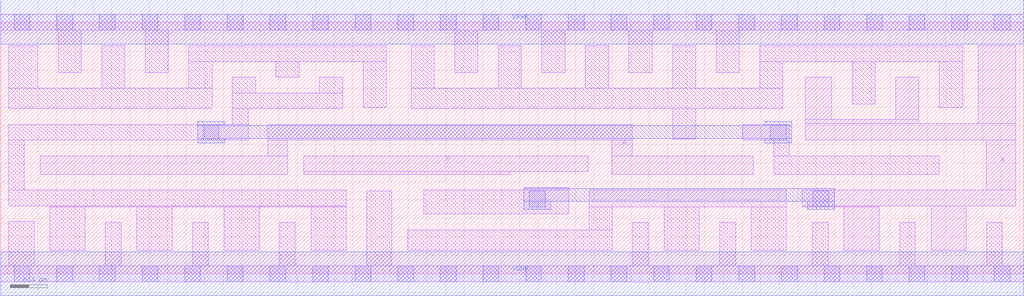
<source format=lef>
# Copyright 2020 The SkyWater PDK Authors
#
# Licensed under the Apache License, Version 2.0 (the "License");
# you may not use this file except in compliance with the License.
# You may obtain a copy of the License at
#
#     https://www.apache.org/licenses/LICENSE-2.0
#
# Unless required by applicable law or agreed to in writing, software
# distributed under the License is distributed on an "AS IS" BASIS,
# WITHOUT WARRANTIES OR CONDITIONS OF ANY KIND, either express or implied.
# See the License for the specific language governing permissions and
# limitations under the License.
#
# SPDX-License-Identifier: Apache-2.0

VERSION 5.7 ;
BUSBITCHARS "[]" ;
DIVIDERCHAR "/" ;
PROPERTYDEFINITIONS
  MACRO maskLayoutSubType STRING ;
  MACRO prCellType STRING ;
  MACRO originalViewName STRING ;
END PROPERTYDEFINITIONS
MACRO sky130_fd_sc_hdll__xor2_4
  ORIGIN  0.000000  0.000000 ;
  CLASS CORE ;
  SYMMETRY X Y R90 ;
  SIZE  11.04000 BY  2.720000 ;
  SITE unithd ;
  PIN A
    ANTENNAGATEAREA  2.220000 ;
    DIRECTION INPUT ;
    USE SIGNAL ;
    PORT
      LAYER li1 ;
        RECT 0.425000 1.075000 3.100000 1.275000 ;
        RECT 2.880000 1.275000 3.100000 1.445000 ;
        RECT 2.880000 1.445000 6.815000 1.615000 ;
        RECT 6.595000 1.075000 8.120000 1.275000 ;
        RECT 6.595000 1.275000 6.815000 1.445000 ;
    END
  END A
  PIN B
    ANTENNAGATEAREA  2.220000 ;
    DIRECTION INPUT ;
    USE SIGNAL ;
    PORT
      LAYER li1 ;
        RECT 3.270000 1.075000 5.500000 1.105000 ;
        RECT 3.270000 1.105000 6.340000 1.275000 ;
    END
  END B
  PIN X
    ANTENNADIFFAREA  1.318500 ;
    DIRECTION OUTPUT ;
    USE SIGNAL ;
    PORT
      LAYER li1 ;
        RECT  8.650000 0.725000  9.480000 0.735000 ;
        RECT  8.650000 0.735000 10.955000 0.905000 ;
        RECT  8.680000 1.445000 10.955000 1.625000 ;
        RECT  8.680000 1.625000  9.910000 1.665000 ;
        RECT  8.680000 1.665000  8.970000 2.125000 ;
        RECT  9.100000 0.255000  9.480000 0.725000 ;
        RECT  9.660000 1.665000  9.910000 2.125000 ;
        RECT 10.040000 0.255000 10.420000 0.735000 ;
        RECT 10.550000 1.625000 10.955000 2.465000 ;
        RECT 10.635000 0.905000 10.955000 1.445000 ;
    END
  END X
  PIN VGND
    DIRECTION INOUT ;
    USE GROUND ;
    PORT
      LAYER met1 ;
        RECT 0.000000 -0.240000 11.040000 0.240000 ;
    END
  END VGND
  PIN VNB
    DIRECTION INOUT ;
    USE GROUND ;
    PORT
    END
  END VNB
  PIN VPB
    DIRECTION INOUT ;
    USE POWER ;
    PORT
    END
  END VPB
  PIN VPWR
    DIRECTION INOUT ;
    USE POWER ;
    PORT
      LAYER met1 ;
        RECT 0.000000 2.480000 11.040000 2.960000 ;
    END
  END VPWR
  OBS
    LAYER li1 ;
      RECT  0.000000 -0.085000 11.040000 0.085000 ;
      RECT  0.000000  2.635000 11.040000 2.805000 ;
      RECT  0.085000  0.085000  0.360000 0.565000 ;
      RECT  0.085000  0.735000  3.730000 0.905000 ;
      RECT  0.085000  0.905000  0.255000 1.445000 ;
      RECT  0.085000  1.445000  2.670000 1.615000 ;
      RECT  0.085000  1.785000  2.280000 2.005000 ;
      RECT  0.085000  2.005000  0.400000 2.465000 ;
      RECT  0.530000  0.255000  0.910000 0.725000 ;
      RECT  0.530000  0.725000  3.730000 0.735000 ;
      RECT  0.620000  2.175000  0.870000 2.635000 ;
      RECT  1.090000  2.005000  1.340000 2.465000 ;
      RECT  1.130000  0.085000  1.300000 0.555000 ;
      RECT  1.470000  0.255000  1.850000 0.725000 ;
      RECT  1.560000  2.175000  1.810000 2.635000 ;
      RECT  2.030000  2.005000  2.280000 2.295000 ;
      RECT  2.030000  2.295000  4.160000 2.465000 ;
      RECT  2.070000  0.085000  2.240000 0.555000 ;
      RECT  2.410000  0.255000  2.790000 0.725000 ;
      RECT  2.500000  1.615000  2.670000 1.785000 ;
      RECT  2.500000  1.785000  3.690000 1.955000 ;
      RECT  2.500000  1.955000  2.750000 2.125000 ;
      RECT  2.970000  2.125000  3.220000 2.295000 ;
      RECT  3.010000  0.085000  3.180000 0.555000 ;
      RECT  3.350000  0.255000  3.730000 0.725000 ;
      RECT  3.440000  1.955000  3.690000 2.125000 ;
      RECT  3.910000  1.795000  4.160000 2.295000 ;
      RECT  3.950000  0.085000  4.220000 0.895000 ;
      RECT  4.390000  0.255000  6.600000 0.475000 ;
      RECT  4.430000  1.785000  8.440000 2.005000 ;
      RECT  4.430000  2.005000  4.680000 2.465000 ;
      RECT  4.565000  0.645000  6.130000 0.905000 ;
      RECT  4.900000  2.175000  5.150000 2.635000 ;
      RECT  5.370000  2.005000  5.620000 2.465000 ;
      RECT  5.650000  0.905000  6.130000 0.935000 ;
      RECT  5.840000  2.175000  6.090000 2.635000 ;
      RECT  6.310000  2.005000  6.560000 2.465000 ;
      RECT  6.350000  0.475000  6.600000 0.725000 ;
      RECT  6.350000  0.725000  8.480000 0.905000 ;
      RECT  6.780000  2.175000  7.030000 2.635000 ;
      RECT  6.820000  0.085000  6.990000 0.555000 ;
      RECT  7.160000  0.255000  7.540000 0.725000 ;
      RECT  7.250000  1.455000  7.500000 1.785000 ;
      RECT  7.250000  2.005000  7.500000 2.465000 ;
      RECT  7.720000  2.175000  7.970000 2.635000 ;
      RECT  7.760000  0.085000  7.930000 0.555000 ;
      RECT  8.010000  1.445000  8.510000 1.615000 ;
      RECT  8.100000  0.255000  8.480000 0.725000 ;
      RECT  8.190000  2.005000  8.440000 2.295000 ;
      RECT  8.190000  2.295000 10.380000 2.465000 ;
      RECT  8.340000  1.075000 10.130000 1.275000 ;
      RECT  8.340000  1.275000  8.510000 1.445000 ;
      RECT  8.760000  0.085000  8.930000 0.555000 ;
      RECT  9.190000  1.835000  9.440000 2.295000 ;
      RECT  9.700000  0.085000  9.870000 0.555000 ;
      RECT 10.130000  1.795000 10.380000 2.295000 ;
      RECT 10.640000  0.085000 10.810000 0.555000 ;
    LAYER mcon ;
      RECT  0.145000 -0.085000  0.315000 0.085000 ;
      RECT  0.145000  2.635000  0.315000 2.805000 ;
      RECT  0.605000 -0.085000  0.775000 0.085000 ;
      RECT  0.605000  2.635000  0.775000 2.805000 ;
      RECT  1.065000 -0.085000  1.235000 0.085000 ;
      RECT  1.065000  2.635000  1.235000 2.805000 ;
      RECT  1.525000 -0.085000  1.695000 0.085000 ;
      RECT  1.525000  2.635000  1.695000 2.805000 ;
      RECT  1.985000 -0.085000  2.155000 0.085000 ;
      RECT  1.985000  2.635000  2.155000 2.805000 ;
      RECT  2.185000  1.445000  2.355000 1.615000 ;
      RECT  2.445000 -0.085000  2.615000 0.085000 ;
      RECT  2.445000  2.635000  2.615000 2.805000 ;
      RECT  2.905000 -0.085000  3.075000 0.085000 ;
      RECT  2.905000  2.635000  3.075000 2.805000 ;
      RECT  3.365000 -0.085000  3.535000 0.085000 ;
      RECT  3.365000  2.635000  3.535000 2.805000 ;
      RECT  3.825000 -0.085000  3.995000 0.085000 ;
      RECT  3.825000  2.635000  3.995000 2.805000 ;
      RECT  4.285000 -0.085000  4.455000 0.085000 ;
      RECT  4.285000  2.635000  4.455000 2.805000 ;
      RECT  4.745000 -0.085000  4.915000 0.085000 ;
      RECT  4.745000  2.635000  4.915000 2.805000 ;
      RECT  5.205000 -0.085000  5.375000 0.085000 ;
      RECT  5.205000  2.635000  5.375000 2.805000 ;
      RECT  5.665000 -0.085000  5.835000 0.085000 ;
      RECT  5.665000  2.635000  5.835000 2.805000 ;
      RECT  5.705000  0.725000  5.875000 0.895000 ;
      RECT  6.125000 -0.085000  6.295000 0.085000 ;
      RECT  6.125000  2.635000  6.295000 2.805000 ;
      RECT  6.585000 -0.085000  6.755000 0.085000 ;
      RECT  6.585000  2.635000  6.755000 2.805000 ;
      RECT  7.045000 -0.085000  7.215000 0.085000 ;
      RECT  7.045000  2.635000  7.215000 2.805000 ;
      RECT  7.505000 -0.085000  7.675000 0.085000 ;
      RECT  7.505000  2.635000  7.675000 2.805000 ;
      RECT  7.965000 -0.085000  8.135000 0.085000 ;
      RECT  7.965000  2.635000  8.135000 2.805000 ;
      RECT  8.305000  1.445000  8.475000 1.615000 ;
      RECT  8.425000 -0.085000  8.595000 0.085000 ;
      RECT  8.425000  2.635000  8.595000 2.805000 ;
      RECT  8.765000  0.725000  8.935000 0.895000 ;
      RECT  8.885000 -0.085000  9.055000 0.085000 ;
      RECT  8.885000  2.635000  9.055000 2.805000 ;
      RECT  9.345000 -0.085000  9.515000 0.085000 ;
      RECT  9.345000  2.635000  9.515000 2.805000 ;
      RECT  9.805000 -0.085000  9.975000 0.085000 ;
      RECT  9.805000  2.635000  9.975000 2.805000 ;
      RECT 10.265000 -0.085000 10.435000 0.085000 ;
      RECT 10.265000  2.635000 10.435000 2.805000 ;
      RECT 10.725000 -0.085000 10.895000 0.085000 ;
      RECT 10.725000  2.635000 10.895000 2.805000 ;
    LAYER met1 ;
      RECT 2.125000 1.415000 2.415000 1.460000 ;
      RECT 2.125000 1.460000 8.535000 1.600000 ;
      RECT 2.125000 1.600000 2.415000 1.645000 ;
      RECT 5.645000 0.695000 5.935000 0.780000 ;
      RECT 5.645000 0.780000 8.995000 0.925000 ;
      RECT 8.245000 1.415000 8.535000 1.460000 ;
      RECT 8.245000 1.600000 8.535000 1.645000 ;
      RECT 8.705000 0.695000 8.995000 0.780000 ;
  END
  PROPERTY maskLayoutSubType "abstract" ;
  PROPERTY prCellType "standard" ;
  PROPERTY originalViewName "layout" ;
END sky130_fd_sc_hdll__xor2_4
END LIBRARY

</source>
